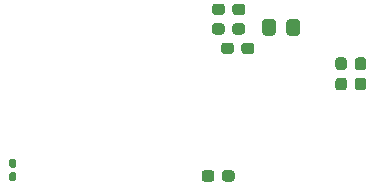
<source format=gbr>
%TF.GenerationSoftware,KiCad,Pcbnew,(5.1.9)-1*%
%TF.CreationDate,2021-11-09T16:48:14-06:00*%
%TF.ProjectId,zigbeeCape,7a696762-6565-4436-9170-652e6b696361,rev?*%
%TF.SameCoordinates,Original*%
%TF.FileFunction,Paste,Bot*%
%TF.FilePolarity,Positive*%
%FSLAX46Y46*%
G04 Gerber Fmt 4.6, Leading zero omitted, Abs format (unit mm)*
G04 Created by KiCad (PCBNEW (5.1.9)-1) date 2021-11-09 16:48:14*
%MOMM*%
%LPD*%
G01*
G04 APERTURE LIST*
G04 APERTURE END LIST*
%TO.C,L1*%
G36*
G01*
X41714000Y42487001D02*
X41714000Y41586999D01*
G75*
G02*
X41464001Y41337000I-249999J0D01*
G01*
X40813999Y41337000D01*
G75*
G02*
X40564000Y41586999I0J249999D01*
G01*
X40564000Y42487001D01*
G75*
G02*
X40813999Y42737000I249999J0D01*
G01*
X41464001Y42737000D01*
G75*
G02*
X41714000Y42487001I0J-249999D01*
G01*
G37*
G36*
G01*
X43764000Y42487001D02*
X43764000Y41586999D01*
G75*
G02*
X43514001Y41337000I-249999J0D01*
G01*
X42863999Y41337000D01*
G75*
G02*
X42614000Y41586999I0J249999D01*
G01*
X42614000Y42487001D01*
G75*
G02*
X42863999Y42737000I249999J0D01*
G01*
X43514001Y42737000D01*
G75*
G02*
X43764000Y42487001I0J-249999D01*
G01*
G37*
%TD*%
%TO.C,C13*%
G36*
G01*
X38156000Y40496500D02*
X38156000Y40021500D01*
G75*
G02*
X37918500Y39784000I-237500J0D01*
G01*
X37318500Y39784000D01*
G75*
G02*
X37081000Y40021500I0J237500D01*
G01*
X37081000Y40496500D01*
G75*
G02*
X37318500Y40734000I237500J0D01*
G01*
X37918500Y40734000D01*
G75*
G02*
X38156000Y40496500I0J-237500D01*
G01*
G37*
G36*
G01*
X39881000Y40496500D02*
X39881000Y40021500D01*
G75*
G02*
X39643500Y39784000I-237500J0D01*
G01*
X39043500Y39784000D01*
G75*
G02*
X38806000Y40021500I0J237500D01*
G01*
X38806000Y40496500D01*
G75*
G02*
X39043500Y40734000I237500J0D01*
G01*
X39643500Y40734000D01*
G75*
G02*
X39881000Y40496500I0J-237500D01*
G01*
G37*
%TD*%
%TO.C,C31*%
G36*
G01*
X19276000Y29772000D02*
X19586000Y29772000D01*
G75*
G02*
X19741000Y29617000I0J-155000D01*
G01*
X19741000Y29192000D01*
G75*
G02*
X19586000Y29037000I-155000J0D01*
G01*
X19276000Y29037000D01*
G75*
G02*
X19121000Y29192000I0J155000D01*
G01*
X19121000Y29617000D01*
G75*
G02*
X19276000Y29772000I155000J0D01*
G01*
G37*
G36*
G01*
X19276000Y30907000D02*
X19586000Y30907000D01*
G75*
G02*
X19741000Y30752000I0J-155000D01*
G01*
X19741000Y30327000D01*
G75*
G02*
X19586000Y30172000I-155000J0D01*
G01*
X19276000Y30172000D01*
G75*
G02*
X19121000Y30327000I0J155000D01*
G01*
X19121000Y30752000D01*
G75*
G02*
X19276000Y30907000I155000J0D01*
G01*
G37*
%TD*%
%TO.C,C6*%
G36*
G01*
X36505000Y29701500D02*
X36505000Y29226500D01*
G75*
G02*
X36267500Y28989000I-237500J0D01*
G01*
X35667500Y28989000D01*
G75*
G02*
X35430000Y29226500I0J237500D01*
G01*
X35430000Y29701500D01*
G75*
G02*
X35667500Y29939000I237500J0D01*
G01*
X36267500Y29939000D01*
G75*
G02*
X36505000Y29701500I0J-237500D01*
G01*
G37*
G36*
G01*
X38230000Y29701500D02*
X38230000Y29226500D01*
G75*
G02*
X37992500Y28989000I-237500J0D01*
G01*
X37392500Y28989000D01*
G75*
G02*
X37155000Y29226500I0J237500D01*
G01*
X37155000Y29701500D01*
G75*
G02*
X37392500Y29939000I237500J0D01*
G01*
X37992500Y29939000D01*
G75*
G02*
X38230000Y29701500I0J-237500D01*
G01*
G37*
%TD*%
%TO.C,C9*%
G36*
G01*
X47481500Y38425000D02*
X47006500Y38425000D01*
G75*
G02*
X46769000Y38662500I0J237500D01*
G01*
X46769000Y39262500D01*
G75*
G02*
X47006500Y39500000I237500J0D01*
G01*
X47481500Y39500000D01*
G75*
G02*
X47719000Y39262500I0J-237500D01*
G01*
X47719000Y38662500D01*
G75*
G02*
X47481500Y38425000I-237500J0D01*
G01*
G37*
G36*
G01*
X47481500Y36700000D02*
X47006500Y36700000D01*
G75*
G02*
X46769000Y36937500I0J237500D01*
G01*
X46769000Y37537500D01*
G75*
G02*
X47006500Y37775000I237500J0D01*
G01*
X47481500Y37775000D01*
G75*
G02*
X47719000Y37537500I0J-237500D01*
G01*
X47719000Y36937500D01*
G75*
G02*
X47481500Y36700000I-237500J0D01*
G01*
G37*
%TD*%
%TO.C,C10*%
G36*
G01*
X49132500Y36700000D02*
X48657500Y36700000D01*
G75*
G02*
X48420000Y36937500I0J237500D01*
G01*
X48420000Y37537500D01*
G75*
G02*
X48657500Y37775000I237500J0D01*
G01*
X49132500Y37775000D01*
G75*
G02*
X49370000Y37537500I0J-237500D01*
G01*
X49370000Y36937500D01*
G75*
G02*
X49132500Y36700000I-237500J0D01*
G01*
G37*
G36*
G01*
X49132500Y38425000D02*
X48657500Y38425000D01*
G75*
G02*
X48420000Y38662500I0J237500D01*
G01*
X48420000Y39262500D01*
G75*
G02*
X48657500Y39500000I237500J0D01*
G01*
X49132500Y39500000D01*
G75*
G02*
X49370000Y39262500I0J-237500D01*
G01*
X49370000Y38662500D01*
G75*
G02*
X49132500Y38425000I-237500J0D01*
G01*
G37*
%TD*%
%TO.C,C11*%
G36*
G01*
X39119000Y43798500D02*
X39119000Y43323500D01*
G75*
G02*
X38881500Y43086000I-237500J0D01*
G01*
X38281500Y43086000D01*
G75*
G02*
X38044000Y43323500I0J237500D01*
G01*
X38044000Y43798500D01*
G75*
G02*
X38281500Y44036000I237500J0D01*
G01*
X38881500Y44036000D01*
G75*
G02*
X39119000Y43798500I0J-237500D01*
G01*
G37*
G36*
G01*
X37394000Y43798500D02*
X37394000Y43323500D01*
G75*
G02*
X37156500Y43086000I-237500J0D01*
G01*
X36556500Y43086000D01*
G75*
G02*
X36319000Y43323500I0J237500D01*
G01*
X36319000Y43798500D01*
G75*
G02*
X36556500Y44036000I237500J0D01*
G01*
X37156500Y44036000D01*
G75*
G02*
X37394000Y43798500I0J-237500D01*
G01*
G37*
%TD*%
%TO.C,C16*%
G36*
G01*
X39119000Y42147500D02*
X39119000Y41672500D01*
G75*
G02*
X38881500Y41435000I-237500J0D01*
G01*
X38281500Y41435000D01*
G75*
G02*
X38044000Y41672500I0J237500D01*
G01*
X38044000Y42147500D01*
G75*
G02*
X38281500Y42385000I237500J0D01*
G01*
X38881500Y42385000D01*
G75*
G02*
X39119000Y42147500I0J-237500D01*
G01*
G37*
G36*
G01*
X37394000Y42147500D02*
X37394000Y41672500D01*
G75*
G02*
X37156500Y41435000I-237500J0D01*
G01*
X36556500Y41435000D01*
G75*
G02*
X36319000Y41672500I0J237500D01*
G01*
X36319000Y42147500D01*
G75*
G02*
X36556500Y42385000I237500J0D01*
G01*
X37156500Y42385000D01*
G75*
G02*
X37394000Y42147500I0J-237500D01*
G01*
G37*
%TD*%
M02*

</source>
